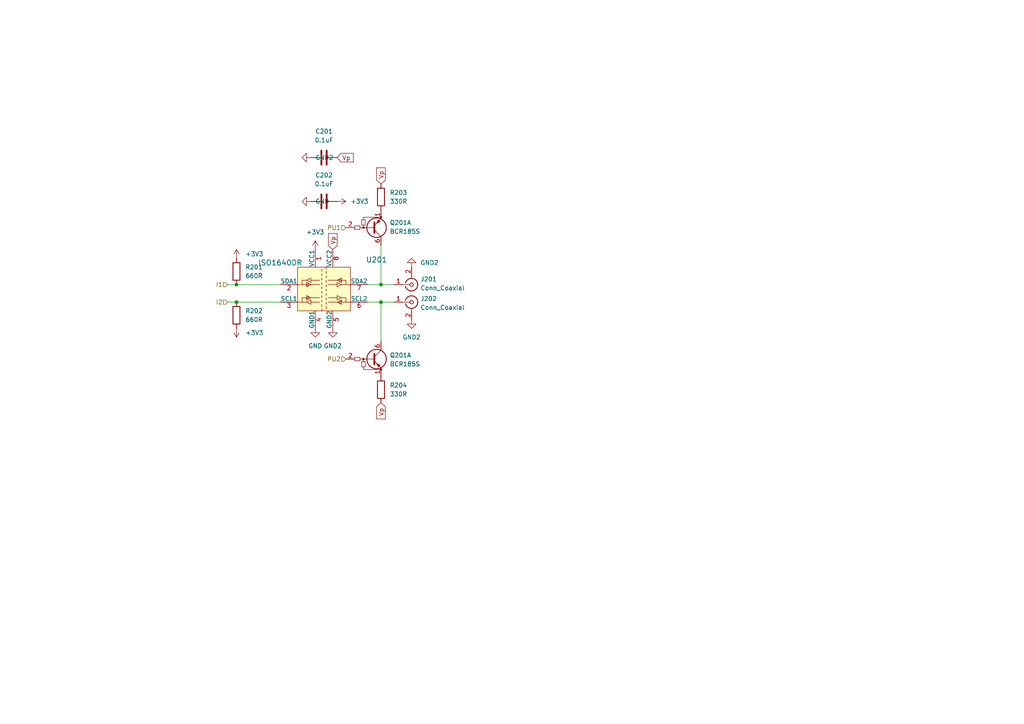
<source format=kicad_sch>
(kicad_sch (version 20211123) (generator eeschema)
  (paper "A4")
  (lib_symbols
    (symbol "Connector:Conn_Coaxial" (pin_names (offset 1.016) hide)
      (property "Reference" "J" (at 0.254 3.048 0))
      (property "Value" "Conn_Coaxial" (at 2.921 0 90))
      (symbol "Conn_Coaxial_0_1"
        (arc (start -1.778 -0.508) (mid 0.222 -1.808) (end 1.778 0) (stroke (width 0.254)))
        (polyline (pts (xy -2.54 0) (xy -0.508 0)))
        (polyline (pts (xy 0 -2.54) (xy 0 -1.778)))
        (circle (center 0 0) (radius 0.508) (stroke (width 0.2032)))
        (arc (start 1.778 0) (mid 0.222 1.8083) (end -1.778 0.508) (stroke (width 0.254)))
      )
      (symbol "Conn_Coaxial_1_1"
        (pin passive line (at -5.08 0 0) (length 2.54) (name "In") (number "1"))
        (pin passive line (at 0 -5.08 90) (length 2.54) (name "Ext") (number "2"))
      )
    )
    (symbol "Device:C" (pin_numbers hide) (pin_names (offset 0.254))
      (property "Reference" "C" (at 0.635 2.54 0))
      (property "Value" "C" (at 0.635 -2.54 0))
      (symbol "C_0_1"
        (polyline (pts (xy -2.032 -0.762) (xy 2.032 -0.762)) (stroke (width 0.508)))
        (polyline (pts (xy -2.032 0.762) (xy 2.032 0.762)) (stroke (width 0.508)))
      )
      (symbol "C_1_1"
        (pin passive line (at 0 3.81 270) (length 2.794) (name "~") (number "1"))
        (pin passive line (at 0 -3.81 90) (length 2.794) (name "~") (number "2"))
      )
    )
    (symbol "Device:Q_Dual_PNP_PNP_BRT_E1B1C2E2B2C1" (pin_names hide)
      (property "Reference" "Q" (at 3.81 1.27 0))
      (property "Value" "Q_Dual_PNP_PNP_BRT_E1B1C2E2B2C1" (at 3.81 -1.27 0))
      (symbol "Q_Dual_PNP_PNP_BRT_E1B1C2E2B2C1_0_1"
        (rectangle (start -6.35 0.508) (end -4.826 -0.508))
        (rectangle (start -4.318 -2.286) (end -3.302 -0.762))
        (circle (center -3.81 0) (radius 0.254) (fill (type outline)))
        (polyline (pts (xy -3.81 -0.762) (xy -3.81 0)))
        (polyline (pts (xy -0.762 0) (xy -4.826 0)))
        (polyline (pts (xy -0.635 1.524) (xy -0.635 -1.524)) (stroke (width 0.508)))
        (polyline (pts (xy -3.81 -2.286) (xy -3.81 -3.048) (xy 1.27 -3.048)))
        (polyline (pts (xy 1.016 -1.778) (xy 0.508 -2.286) (xy 0 -1.27) (xy 1.016 -1.778) (xy 1.016 -1.778)) (fill (type outline)))
        (circle (center 1.27 -3.048) (radius 0.254) (fill (type outline)))
      )
      (symbol "Q_Dual_PNP_PNP_BRT_E1B1C2E2B2C1_1_1"
        (polyline (pts (xy -0.635 0.635) (xy 1.27 2.54)))
        (polyline (pts (xy -0.635 -0.635) (xy 1.27 -2.54) (xy 1.27 -2.54)))
        (circle (center 0 0) (radius 2.8194) (stroke (width 0.254)))
        (pin passive line (at 1.27 -5.08 90) (length 2.54) (name "E1") (number "1"))
        (pin input line (at -8.89 0 0) (length 2.54) (name "B1") (number "2"))
        (pin passive line (at 1.27 5.08 270) (length 2.54) (name "C1") (number "6"))
      )
      (symbol "Q_Dual_PNP_PNP_BRT_E1B1C2E2B2C1_2_1"
        (polyline (pts (xy -0.635 0.635) (xy 1.27 2.54)))
        (polyline (pts (xy -0.635 -0.635) (xy 1.27 -2.54) (xy 1.27 -2.54)))
        (circle (center 0 0) (radius 2.8194) (stroke (width 0.254)))
        (pin passive line (at 1.27 5.08 270) (length 2.54) (name "C2") (number "3"))
        (pin passive line (at 1.27 -5.08 90) (length 2.54) (name "E2") (number "4"))
        (pin input line (at -8.89 0 0) (length 2.54) (name "B2") (number "5"))
      )
    )
    (symbol "Device:R" (pin_numbers hide) (pin_names (offset 0))
      (property "Reference" "R" (at 2.032 0 90))
      (property "Value" "R" (at 0 0 90))
      (symbol "R_0_1"
        (rectangle (start -1.016 -2.54) (end 1.016 2.54) (stroke (width 0.254)))
      )
      (symbol "R_1_1"
        (pin passive line (at 0 3.81 270) (length 1.27) (name "~") (number "1"))
        (pin passive line (at 0 -3.81 90) (length 1.27) (name "~") (number "2"))
      )
    )
    (symbol "dk_Digital-Isolators:ISO1540DR" (pin_names (offset 0))
      (property "Reference" "U" (at -7.62 8.89 0))
      (property "Value" "ISO1540DR" (at 5.08 -6.35 0))
      (symbol "ISO1540DR_0_1"
        (rectangle (start -7.62 -2.54) (end -6.35 -2.54))
        (rectangle (start -7.62 2.54) (end -6.35 2.54))
        (rectangle (start -7.62 7.62) (end 7.62 -5.08) (fill (type background)))
        (rectangle (start -2.54 -2.54) (end -1.27 -2.54))
        (rectangle (start -2.54 -1.27) (end -1.27 -1.27))
        (rectangle (start -2.54 3.81) (end -1.27 3.81))
        (rectangle (start -1.27 2.54) (end -2.54 2.54))
        (rectangle (start -0.635 -5.08) (end -0.635 -4.445))
        (rectangle (start -0.635 -3.81) (end -0.635 -3.175))
        (rectangle (start -0.635 -2.54) (end -0.635 -1.905))
        (rectangle (start -0.635 -1.27) (end -0.635 -0.635))
        (rectangle (start -0.635 0) (end -0.635 0.635))
        (rectangle (start -0.635 1.27) (end -0.635 1.905))
        (rectangle (start -0.635 2.54) (end -0.635 3.175))
        (rectangle (start -0.635 4.445) (end -0.635 3.81))
        (rectangle (start -0.635 5.08) (end -0.635 5.715))
        (rectangle (start -0.635 6.35) (end -0.635 6.985))
        (polyline (pts (xy -6.35 -1.27) (xy -5.08 -1.27)))
        (polyline (pts (xy -6.35 2.54) (xy -5.08 2.54)))
        (polyline (pts (xy -4.572 -0.889) (xy -5.08 -1.651)))
        (polyline (pts (xy -4.572 2.921) (xy -5.08 2.159)))
        (polyline (pts (xy -4.318 -1.016) (xy -4.699 -1.651)))
        (polyline (pts (xy -4.318 2.794) (xy -4.699 2.159)))
        (polyline (pts (xy -3.81 -2.54) (xy -2.54 -2.54)))
        (polyline (pts (xy -3.81 -1.27) (xy -2.54 -1.27)))
        (polyline (pts (xy -3.81 2.54) (xy -2.54 2.54)))
        (polyline (pts (xy -3.81 3.81) (xy -2.54 3.81)))
        (polyline (pts (xy 3.81 -2.54) (xy 2.54 -2.54)))
        (polyline (pts (xy 3.81 -1.27) (xy 2.54 -1.27)))
        (polyline (pts (xy 3.81 2.54) (xy 2.54 2.54)))
        (polyline (pts (xy 3.81 3.81) (xy 2.54 3.81)))
        (polyline (pts (xy 4.318 -2.794) (xy 4.699 -2.159)))
        (polyline (pts (xy 4.318 4.064) (xy 4.699 3.429)))
        (polyline (pts (xy 4.572 -2.921) (xy 5.08 -2.159)))
        (polyline (pts (xy 4.572 4.191) (xy 5.08 3.429)))
        (polyline (pts (xy -6.35 2.54) (xy -6.35 3.81) (xy -5.08 3.81)))
        (polyline (pts (xy 5.08 3.81) (xy 6.35 3.81) (xy 6.35 2.54)))
        (polyline (pts (xy -5.08 -0.635) (xy -5.08 -1.905) (xy -3.81 -1.27) (xy -5.08 -0.635)))
        (polyline (pts (xy -5.08 3.175) (xy -5.08 1.905) (xy -3.81 2.54) (xy -5.08 3.175)))
        (polyline (pts (xy -5.08 3.81) (xy -3.81 3.175) (xy -3.81 4.445) (xy -5.08 3.81)))
        (polyline (pts (xy 3.81 3.81) (xy 5.08 3.175) (xy 5.08 4.445) (xy 3.81 3.81)))
        (polyline (pts (xy 6.35 -1.27) (xy 5.08 -1.27) (xy 3.81 -1.905) (xy 3.81 -0.635) (xy 5.08 -1.27)))
        (polyline (pts (xy 6.35 2.54) (xy 5.08 2.54) (xy 3.81 3.175) (xy 3.81 1.905) (xy 5.08 2.54)))
        (polyline (pts (xy -6.35 -1.27) (xy -6.35 -2.54) (xy -5.08 -2.54) (xy -3.81 -1.905) (xy -3.81 -3.175) (xy -5.08 -2.54)))
        (polyline (pts (xy 6.35 -1.27) (xy 6.35 -2.54) (xy 5.08 -2.54) (xy 5.08 -1.905) (xy 3.81 -2.54) (xy 5.08 -3.175) (xy 5.08 -2.54)))
        (rectangle (start 0.635 -4.445) (end 0.635 -3.81))
        (rectangle (start 0.635 -3.175) (end 0.635 -2.54))
        (rectangle (start 0.635 -1.905) (end 0.635 -1.27))
        (rectangle (start 0.635 -0.635) (end 0.635 0))
        (rectangle (start 0.635 0.635) (end 0.635 1.27))
        (rectangle (start 0.635 1.905) (end 0.635 2.54))
        (rectangle (start 0.635 3.175) (end 0.635 3.81))
        (rectangle (start 0.635 4.445) (end 0.635 5.08))
        (rectangle (start 0.635 5.715) (end 0.635 6.35))
        (rectangle (start 0.635 6.985) (end 0.635 7.62))
        (rectangle (start 2.54 -2.54) (end 1.27 -2.54))
        (rectangle (start 2.54 -1.27) (end 1.27 -1.27))
        (rectangle (start 2.54 2.54) (end 1.27 2.54))
        (rectangle (start 2.54 3.81) (end 1.27 3.81))
        (rectangle (start 7.62 -2.54) (end 6.35 -2.54))
        (rectangle (start 7.62 2.54) (end 6.35 2.54))
      )
      (symbol "ISO1540DR_1_1"
        (pin power_in line (at -2.54 12.7 270) (length 5.08) (name "VCC1") (number "1"))
        (pin bidirectional line (at -12.7 2.54 0) (length 5.08) (name "SDA1") (number "2"))
        (pin bidirectional line (at -12.7 -2.54 0) (length 5.08) (name "SCL1") (number "3"))
        (pin power_in line (at -2.54 -10.16 90) (length 5.08) (name "GND1") (number "4"))
        (pin power_in line (at 2.54 -10.16 90) (length 5.08) (name "GND2") (number "5"))
        (pin bidirectional line (at 12.7 -2.54 180) (length 5.08) (name "SCL2") (number "6"))
        (pin bidirectional line (at 12.7 2.54 180) (length 5.08) (name "SDA2") (number "7"))
        (pin power_in line (at 2.54 12.7 270) (length 5.08) (name "VCC2") (number "8"))
      )
    )
    (symbol "power:+3.3V" (power) (pin_names (offset 0))
      (property "Value" "+3.3V" (at 0 3.556 0))
      (symbol "+3.3V_0_1"
        (polyline (pts (xy -0.762 1.27) (xy 0 2.54)))
        (polyline (pts (xy 0 0) (xy 0 2.54)))
        (polyline (pts (xy 0 2.54) (xy 0.762 1.27)))
      )
      (symbol "+3.3V_1_1"
        (pin power_in line (at 0 0 90) (length 0) hide (name "+3V3") (number "1"))
      )
    )
    (symbol "power:GND" (power) (pin_names (offset 0))
      (property "Value" "GND" (at 0 -3.81 0))
      (symbol "GND_0_1"
        (polyline (pts (xy 0 0) (xy 0 -1.27) (xy 1.27 -1.27) (xy 0 -2.54) (xy -1.27 -1.27) (xy 0 -1.27)))
      )
      (symbol "GND_1_1"
        (pin power_in line (at 0 0 270) (length 0) hide (name "GND") (number "1"))
      )
    )
    (symbol "power:GND2" (power) (pin_names (offset 0))
      (property "Value" "GND2" (at 0 -3.81 0))
      (symbol "GND2_0_1"
        (polyline (pts (xy 0 0) (xy 0 -1.27) (xy 1.27 -1.27) (xy 0 -2.54) (xy -1.27 -1.27) (xy 0 -1.27)))
      )
      (symbol "GND2_1_1"
        (pin power_in line (at 0 0 270) (length 0) hide (name "GND2") (number "1"))
      )
    )
  )
  (junction (at 110.49 87.63))
  (junction (at 68.58 87.63))
  (junction (at 110.49 82.55))
  (junction (at 68.58 82.55))
  (wire (pts (xy 66.04 82.55) (xy 68.58 82.55)))
  (wire (pts (xy 110.49 87.63) (xy 110.49 99.06)))
  (wire (pts (xy 106.68 82.55) (xy 110.49 82.55)))
  (wire (pts (xy 106.68 87.63) (xy 110.49 87.63)))
  (wire (pts (xy 66.04 87.63) (xy 68.58 87.63)))
  (wire (pts (xy 110.49 71.12) (xy 110.49 82.55)))
  (wire (pts (xy 110.49 82.55) (xy 114.3 82.55)))
  (wire (pts (xy 110.49 87.63) (xy 114.3 87.63)))
  (wire (pts (xy 68.58 82.55) (xy 81.28 82.55)))
  (wire (pts (xy 68.58 87.63) (xy 81.28 87.63)))
  (global_label "Vp" (shape input) (at 96.52 72.39 90) (property "Intersheet References" "${INTERSHEET_REFS}" (effects hide)))
  (global_label "Vp" (shape input) (at 110.49 53.34 90) (property "Intersheet References" "${INTERSHEET_REFS}" (effects hide)))
  (global_label "Vp" (shape input) (at 97.79 45.72 0) (property "Intersheet References" "${INTERSHEET_REFS}" (effects hide)))
  (global_label "Vp" (shape input) (at 110.49 116.84 270) (property "Intersheet References" "${INTERSHEET_REFS}" (effects hide)))
  (hierarchical_label "PU1" (shape input) (at 100.33 66.04 180))
  (hierarchical_label "I1" (shape input) (at 66.04 82.55 180))
  (hierarchical_label "PU2" (shape input) (at 100.33 104.14 180))
  (hierarchical_label "I2" (shape input) (at 66.04 87.63 180))
  (symbol (lib_id "Device:R") (at 68.58 78.74 0)
    (property "Reference" "R201" (at 71.12 77.4699 0) (effects (justify left)))
    (property "Value" "660R" (at 71.12 80.0099 0) (effects (justify left)))
    (property "Footprint" "Resistor_SMD:R_0603_1608Metric" (effects hide))
  )
  (symbol (lib_id "Device:C") (at 93.98 58.42 90)
    (property "Reference" "C202" (at 93.98 50.8 90))
    (property "Value" "0.1uF" (at 93.98 53.34 90))
    (property "Footprint" "Capacitor_SMD:C_0603_1608Metric" (effects hide))
  )
  (symbol (lib_id "Device:R") (at 110.49 113.03 0)
    (property "Reference" "R204" (at 113.03 111.7599 0) (effects (justify left)))
    (property "Value" "330R" (at 113.03 114.2999 0) (effects (justify left)))
    (property "Footprint" "Resistor_SMD:R_1206_3216Metric" (effects hide))
  )
  (symbol (lib_id "Connector:Conn_Coaxial") (at 119.38 82.55 0) (mirror x)
    (property "Reference" "J201" (at 121.92 80.9867 0) (effects (justify left)))
    (property "Value" "Conn_Coaxial" (at 121.92 83.5267 0) (effects (justify left)))
    (property "Footprint" "Connector_Coaxial:BNC_Amphenol_B6252HB-NPP3G-50_Horizontal" (effects hide))
    (property "Datasheet" " ~" (effects hide))
  )
  (symbol (lib_id "Connector:Conn_Coaxial") (at 119.38 87.63 0)
    (property "Reference" "J202" (at 121.92 86.6531 0) (effects (justify left)))
    (property "Value" "Conn_Coaxial" (at 121.92 89.1931 0) (effects (justify left)))
    (property "Footprint" "Connector_Coaxial:BNC_Amphenol_B6252HB-NPP3G-50_Horizontal" (effects hide))
    (property "Datasheet" " ~" (effects hide))
  )
  (symbol (lib_id "power:GND2") (at 119.38 77.47 180)
    (property "Reference" "#PWR0209" (effects hide))
    (property "Value" "GND2" (at 121.92 76.1999 0) (effects (justify right)))
  )
  (symbol (lib_id "Device:Q_Dual_PNP_PNP_BRT_E1B1C2E2B2C1") (at 109.22 66.04 0) (mirror x)
    (property "Reference" "Q201" (at 113.03 64.5921 0) (effects (justify left)))
    (property "Value" "BCR185S" (at 113.03 67.1321 0) (effects (justify left)))
    (property "Footprint" "Package_TO_SOT_SMD:SOT-363_SC-70-6" (effects hide))
  )
  (symbol (lib_id "dk_Digital-Isolators:ISO1540DR") (at 93.98 85.09 0)
    (property "Reference" "U201" (at 109.22 75.3363 0) (effects (font (size 1.524 1.524))))
    (property "Value" "ISO1640DR" (at 81.28 76.2 0) (effects (font (size 1.524 1.524))))
    (property "Footprint" "Package_SO:SO-8_3.9x4.9mm_P1.27mm" (effects hide))
    (property "Datasheet" "http://www.ti.com/general/docs/suppproductinfo.tsp?distId=10&gotoUrl=http%3A%2F%2Fwww.ti.com%2Flit%2Fgpn%2Fiso1540" (effects hide))
    (property "Digi-Key_PN" "296-34871-1-ND" (effects hide))
    (property "MPN" "ISO1540DR" (effects hide))
    (property "Category" "Isolators" (effects hide))
    (property "Family" "Digital Isolators" (effects hide))
    (property "DK_Datasheet_Link" "http://www.ti.com/general/docs/suppproductinfo.tsp?distId=10&gotoUrl=http%3A%2F%2Fwww.ti.com%2Flit%2Fgpn%2Fiso1540" (effects hide))
    (property "DK_Detail_Page" "/product-detail/en/texas-instruments/ISO1540DR/296-34871-1-ND/3587214" (effects hide))
    (property "Description" "DGTL ISO 2.5KV 2CH I2C 8SOIC" (effects hide))
    (property "Manufacturer" "Texas Instruments" (effects hide))
    (property "Status" "Active" (effects hide))
  )
  (symbol (lib_id "power:GND2") (at 90.17 45.72 270)
    (property "Reference" "#PWR?" (effects hide))
    (property "Value" "GND2" (at 91.44 45.7199 90) (effects (justify left)))
  )
  (symbol (lib_id "power:+3.3V") (at 97.79 58.42 270)
    (property "Reference" "#PWR0208" (effects hide))
    (property "Value" "+3.3V" (at 101.6 58.4199 90) (effects (justify left)))
  )
  (symbol (lib_id "Device:R") (at 110.49 57.15 0)
    (property "Reference" "R203" (at 113.03 55.8799 0) (effects (justify left)))
    (property "Value" "330R" (at 113.03 58.4199 0) (effects (justify left)))
    (property "Footprint" "Resistor_SMD:R_1206_3216Metric" (effects hide))
  )
  (symbol (lib_id "power:GND") (at 91.44 95.25 0)
    (property "Reference" "#PWR0206" (effects hide))
    (property "Value" "GND" (at 91.44 100.33 0))
  )
  (symbol (lib_id "power:+3.3V") (at 68.58 95.25 180)
    (property "Reference" "#PWR0202" (effects hide))
    (property "Value" "+3.3V" (at 71.12 96.5199 0) (effects (justify right)))
  )
  (symbol (lib_id "Device:Q_Dual_PNP_PNP_BRT_E1B1C2E2B2C1") (at 109.22 104.14 0)
    (property "Reference" "Q201" (at 113.03 103.0477 0) (effects (justify left)))
    (property "Value" "BCR185S" (at 113.03 105.5877 0) (effects (justify left)))
    (property "Footprint" "Package_TO_SOT_SMD:SOT-363_SC-70-6" (effects hide))
  )
  (symbol (lib_id "power:+3.3V") (at 91.44 72.39 0)
    (property "Reference" "#PWR0205" (effects hide))
    (property "Value" "+3.3V" (at 91.44 67.31 0))
  )
  (symbol (lib_id "Device:C") (at 93.98 45.72 90)
    (property "Reference" "C201" (at 93.98 38.1 90))
    (property "Value" "0.1uF" (at 93.98 40.64 90))
    (property "Footprint" "Capacitor_SMD:C_0603_1608Metric" (effects hide))
  )
  (symbol (lib_id "power:GND2") (at 119.38 92.71 0)
    (property "Reference" "#PWR0210" (effects hide))
    (property "Value" "GND2" (at 119.38 97.79 0))
  )
  (symbol (lib_id "Device:R") (at 68.58 91.44 0)
    (property "Reference" "R202" (at 71.12 90.1699 0) (effects (justify left)))
    (property "Value" "660R" (at 71.12 92.7099 0) (effects (justify left)))
    (property "Footprint" "Resistor_SMD:R_0603_1608Metric" (effects hide))
  )
  (symbol (lib_id "power:+3.3V") (at 68.58 74.93 0)
    (property "Reference" "#PWR0201" (effects hide))
    (property "Value" "+3.3V" (at 71.12 73.6599 0) (effects (justify left)))
  )
  (symbol (lib_id "power:GND") (at 90.17 58.42 270)
    (property "Reference" "#PWR0204" (effects hide))
    (property "Value" "GND" (at 91.44 58.4199 90) (effects (justify left)))
  )
  (symbol (lib_id "power:GND2") (at 96.52 95.25 0)
    (property "Reference" "#PWR0207" (effects hide))
    (property "Value" "GND2" (at 96.52 100.33 0))
  )
)
</source>
